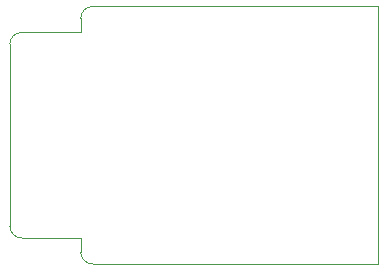
<source format=gbr>
%TF.GenerationSoftware,Altium Limited,Altium Designer,24.8.2 (39)*%
G04 Layer_Color=16711935*
%FSLAX45Y45*%
%MOMM*%
%TF.SameCoordinates,C54AC7BA-B540-4DA4-B2B9-A01D8BF79CE3*%
%TF.FilePolarity,Positive*%
%TF.FileFunction,Keep-out,Top*%
%TF.Part,Single*%
G01*
G75*
%TA.AperFunction,NonConductor*%
%ADD27C,0.10000*%
D27*
X700003Y2440000D02*
G03*
X600003Y2340000I0J-100000D01*
G01*
X600000Y360000D02*
G03*
X700000Y260000I100000J0D01*
G01*
X0Y580000D02*
G03*
X100000Y480000I100000J0D01*
G01*
Y2220000D02*
G03*
X0Y2120000I0J-100000D01*
G01*
X700001Y2440000D02*
X3120003D01*
X699999Y260000D02*
X3120000D01*
Y2440000D01*
X0Y579999D02*
Y2120001D01*
X599999Y360000D02*
Y479999D01*
Y2220001D02*
Y2340000D01*
X100000Y479999D02*
X599999D01*
X100000Y2220001D02*
X599999D01*
%TF.MD5,0c05ca0ecf8c8513d847f3d30b5f1b3d*%
M02*

</source>
